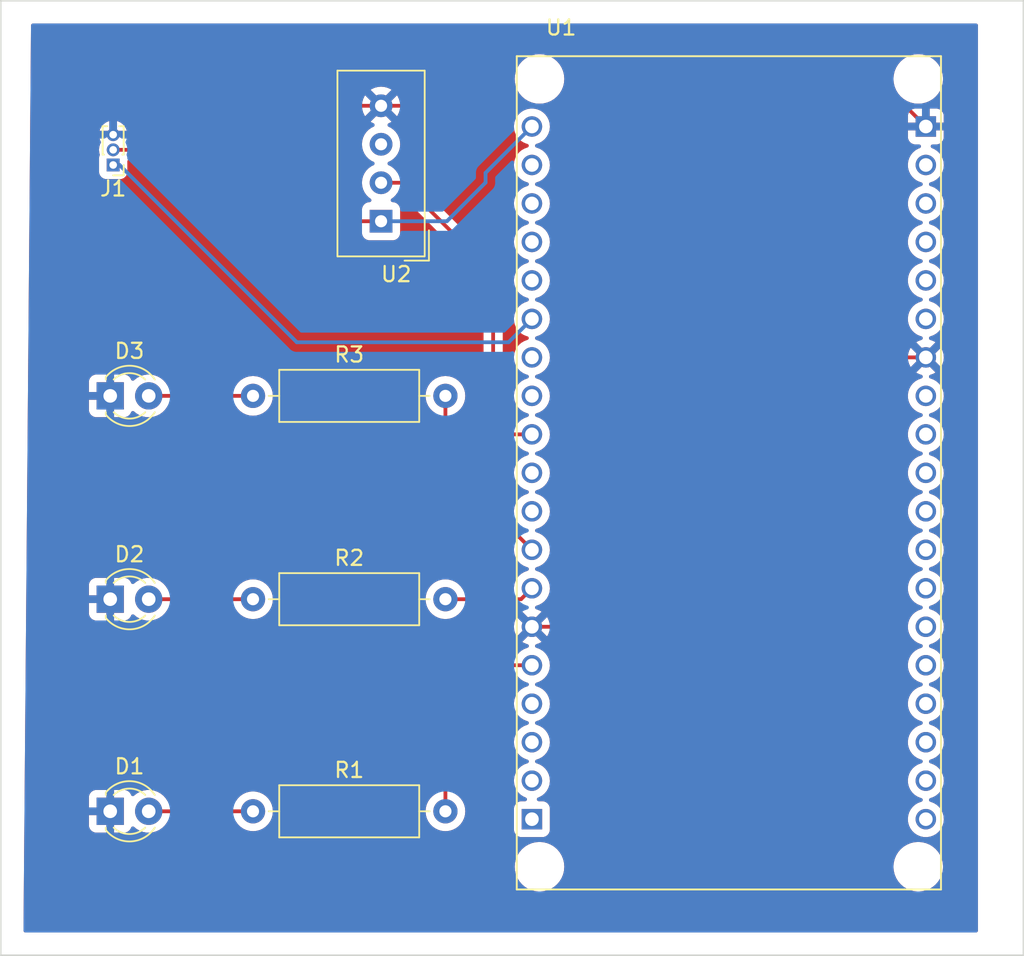
<source format=kicad_pcb>
(kicad_pcb (version 20211014) (generator pcbnew)
  (layers (0 "F.Cu" signal) (31 "B.Cu" signal) (34 "B.Paste" user) (35 "F.Paste" user) (36 "B.SilkS" user "B.Silkscreen") (37 "F.SilkS" user "F.Silkscreen") (38 "B.Mask" user) (39 "F.Mask" user) (44 "Edge.Cuts" user))
  (net 0 "")
  (net 2 "GND")
  (net 3 "Net-(D1-Pad2)")
  (net 4 "Net-(R1-Pad2)")
  (net 5 "Net-(D2-Pad2)")
  (net 6 "Net-(R2-Pad2)")
  (net 7 "Net-(D3-Pad2)")
  (net 8 "Net-(R3-Pad2)")
  (net 38 "Net-(U1-PadJ5_11)")
  (net 39 "Net-(J1-Pad2)")
  (net 40 "Net-(J1-Pad1)")
  (footprint "Resistor_THT:R_Axial_DIN0309_L9.0mm_D3.2mm_P12.70mm_Horizontal" (layer "F.Cu") (at 194.65 68.58)
    (fp_text reference "R3" (at 6.35 -2.72) (layer "F.SilkS"))
    (fp_text value "R")
    (fp_line (start 10.97 1.72) (end 10.97 -1.72) (layer "F.SilkS") (width 0.12))
    (fp_line (start 1.04 0) (end 1.73 0) (layer "F.SilkS") (width 0.12))
    (fp_line (start 1.73 -1.72) (end 1.73 1.72) (layer "F.SilkS") (width 0.12))
    (fp_line (start 1.73 1.72) (end 10.97 1.72) (layer "F.SilkS") (width 0.12))
    (fp_line (start 11.66 0) (end 10.97 0) (layer "F.SilkS") (width 0.12))
    (fp_line (start 10.97 -1.72) (end 1.73 -1.72) (layer "F.SilkS") (width 0.12))
    (pad "1" thru_hole circle (at 0 0) (size 1.6 1.6) (drill 0.8) (layers *.Cu *.Mask) (net 7 "Net-(D3-Pad2)"))
    (pad "2" thru_hole oval (at 12.7 0) (size 1.6 1.6) (drill 0.8) (layers *.Cu *.Mask) (net 8 "Net-(R3-Pad2)"))
  )
  (footprint "LED_THT:LED_D3.0mm" (layer "F.Cu") (at 185.225 82)
    (fp_text reference "D2" (at 1.27 -2.96) (layer "F.SilkS"))
    (fp_text value "LED_O")
    (fp_line (start -0.29 1.08) (end -0.29 1.236) (layer "F.SilkS") (width 0.12))
    (fp_line (start -0.29 -1.236) (end -0.29 -1.08) (layer "F.SilkS") (width 0.12))
    (fp_arc (start 2.942335 1.078608) (mid 1.366487 1.987659) (end -0.29 1.235516) (layer "F.SilkS") (width 0.12))
    (fp_arc (start 2.31113 1.079837) (mid 1.270117 1.5) (end 0.229039 1.08) (layer "F.SilkS") (width 0.12))
    (fp_arc (start -0.29 -1.235516) (mid 1.366487 -1.987659) (end 2.942335 -1.078608) (layer "F.SilkS") (width 0.12))
    (fp_arc (start 0.229039 -1.08) (mid 1.270117 -1.5) (end 2.31113 -1.079837) (layer "F.SilkS") (width 0.12))
    (pad "1" thru_hole rect (at 0 0) (size 1.8 1.8) (drill 0.9) (layers *.Cu *.Mask) (net 2 "GND"))
    (pad "2" thru_hole circle (at 2.54 0) (size 1.8 1.8) (drill 0.9) (layers *.Cu *.Mask) (net 5 "Net-(D2-Pad2)"))
  )
  (footprint "Resistor_THT:R_Axial_DIN0309_L9.0mm_D3.2mm_P12.70mm_Horizontal" (layer "F.Cu") (at 194.65 96)
    (fp_text reference "R1" (at 6.35 -2.72) (layer "F.SilkS"))
    (fp_text value "R")
    (fp_line (start 10.97 1.72) (end 10.97 -1.72) (layer "F.SilkS") (width 0.12))
    (fp_line (start 1.73 -1.72) (end 1.73 1.72) (layer "F.SilkS") (width 0.12))
    (fp_line (start 1.73 1.72) (end 10.97 1.72) (layer "F.SilkS") (width 0.12))
    (fp_line (start 1.04 0) (end 1.73 0) (layer "F.SilkS") (width 0.12))
    (fp_line (start 10.97 -1.72) (end 1.73 -1.72) (layer "F.SilkS") (width 0.12))
    (fp_line (start 11.66 0) (end 10.97 0) (layer "F.SilkS") (width 0.12))
    (pad "1" thru_hole circle (at 0 0) (size 1.6 1.6) (drill 0.8) (layers *.Cu *.Mask) (net 3 "Net-(D1-Pad2)"))
    (pad "2" thru_hole oval (at 12.7 0) (size 1.6 1.6) (drill 0.8) (layers *.Cu *.Mask) (net 4 "Net-(R1-Pad2)"))
  )
  (footprint "ESP32_NODEMCU:MODULE_ESP32_NODEMCU" (layer "F.Cu") (at 226.06 73.66)
    (fp_text reference "U1" (at -11.075 -29.385) (layer "F.SilkS"))
    (fp_text value "ESP32_NODEMCU")
    (fp_line (start -14 27.5) (end 14 27.5) (layer "F.SilkS") (width 0.127))
    (fp_line (start -14 -27.5) (end 14 -27.5) (layer "F.SilkS") (width 0.127))
    (fp_line (start 14 -27.5) (end 14 27.5) (layer "F.SilkS") (width 0.127))
    (fp_line (start -14 -27.5) (end -14 27.5) (layer "F.SilkS") (width 0.127))
    (pad "" np_thru_hole circle locked (at 12.5 26) (size 2.25 2.25) (drill 2.25) (layers *.Cu *.Mask))
    (pad "" np_thru_hole circle locked (at 12.5 -26) (size 2.25 2.25) (drill 2.25) (layers *.Cu *.Mask))
    (pad "" np_thru_hole circle locked (at -12.5 -26) (size 2.25 2.25) (drill 2.25) (layers *.Cu *.Mask))
    (pad "" np_thru_hole circle locked (at -12.5 26) (size 2.25 2.25) (drill 2.25) (layers *.Cu *.Mask))
    (pad "J4_1" thru_hole rect locked (at 13 -22.86) (size 1.35 1.35) (drill 0.9) (layers *.Cu *.Mask) (net 2 "GND"))
    (pad "J4_2" thru_hole circle locked (at 13 -20.32) (size 1.35 1.35) (drill 0.9) (layers *.Cu *.Mask))
    (pad "J4_3" thru_hole circle locked (at 13 -17.78) (size 1.35 1.35) (drill 0.9) (layers *.Cu *.Mask))
    (pad "J4_4" thru_hole circle locked (at 13 -15.24) (size 1.35 1.35) (drill 0.9) (layers *.Cu *.Mask))
    (pad "J4_5" thru_hole circle locked (at 13 -12.7) (size 1.35 1.35) (drill 0.9) (layers *.Cu *.Mask))
    (pad "J4_6" thru_hole circle locked (at 13 -10.16) (size 1.35 1.35) (drill 0.9) (layers *.Cu *.Mask))
    (pad "J4_7" thru_hole circle locked (at 13 -7.62) (size 1.35 1.35) (drill 0.9) (layers *.Cu *.Mask) (net 2 "GND"))
    (pad "J4_8" thru_hole circle locked (at 13 -5.08) (size 1.35 1.35) (drill 0.9) (layers *.Cu *.Mask))
    (pad "J4_9" thru_hole circle locked (at 13 -2.54) (size 1.35 1.35) (drill 0.9) (layers *.Cu *.Mask))
    (pad "J4_10" thru_hole circle locked (at 13 0) (size 1.35 1.35) (drill 0.9) (layers *.Cu *.Mask))
    (pad "J4_11" thru_hole circle locked (at 13 2.54) (size 1.35 1.35) (drill 0.9) (layers *.Cu *.Mask))
    (pad "J4_12" thru_hole circle locked (at 13 5.08) (size 1.35 1.35) (drill 0.9) (layers *.Cu *.Mask))
    (pad "J4_13" thru_hole circle locked (at 13 7.62) (size 1.35 1.35) (drill 0.9) (layers *.Cu *.Mask))
    (pad "J4_14" thru_hole circle locked (at 13 10.16) (size 1.35 1.35) (drill 0.9) (layers *.Cu *.Mask))
    (pad "J4_15" thru_hole circle locked (at 13 12.7) (size 1.35 1.35) (drill 0.9) (layers *.Cu *.Mask))
    (pad "J4_16" thru_hole circle locked (at 13 15.24) (size 1.35 1.35) (drill 0.9) (layers *.Cu *.Mask))
    (pad "J4_17" thru_hole circle locked (at 13 17.78) (size 1.35 1.35) (drill 0.9) (layers *.Cu *.Mask))
    (pad "J4_18" thru_hole circle locked (at 13 20.32) (size 1.35 1.35) (drill 0.9) (layers *.Cu *.Mask))
    (pad "J4_19" thru_hole circle locked (at 13 22.86) (size 1.35 1.35) (drill 0.9) (layers *.Cu *.Mask))
    (pad "J5_1" thru_hole rect locked (at -13 22.86) (size 1.35 1.35) (drill 0.9) (layers *.Cu *.Mask))
    (pad "J5_2" thru_hole circle locked (at -13 20.32) (size 1.35 1.35) (drill 0.9) (layers *.Cu *.Mask))
    (pad "J5_3" thru_hole circle locked (at -13 17.78) (size 1.35 1.35) (drill 0.9) (layers *.Cu *.Mask))
    (pad "J5_4" thru_hole circle locked (at -13 15.24) (size 1.35 1.35) (drill 0.9) (layers *.Cu *.Mask))
    (pad "J5_5" thru_hole circle locked (at -13 12.7) (size 1.35 1.35) (drill 0.9) (layers *.Cu *.Mask) (net 4 "Net-(R1-Pad2)"))
    (pad "J5_6" thru_hole circle locked (at -13 10.16) (size 1.35 1.35) (drill 0.9) (layers *.Cu *.Mask) (net 2 "GND"))
    (pad "J5_7" thru_hole circle locked (at -13 7.62) (size 1.35 1.35) (drill 0.9) (layers *.Cu *.Mask) (net 6 "Net-(R2-Pad2)"))
    (pad "J5_8" thru_hole circle locked (at -13 5.08) (size 1.35 1.35) (drill 0.9) (layers *.Cu *.Mask) (net 8 "Net-(R3-Pad2)"))
    (pad "J5_9" thru_hole circle locked (at -13 2.54) (size 1.35 1.35) (drill 0.9) (layers *.Cu *.Mask))
    (pad "J5_10" thru_hole circle locked (at -13 0) (size 1.35 1.35) (drill 0.9) (layers *.Cu *.Mask))
    (pad "J5_11" thru_hole circle locked (at -13 -2.54) (size 1.35 1.35) (drill 0.9) (layers *.Cu *.Mask) (net 38 "Net-(U1-PadJ5_11)"))
    (pad "J5_12" thru_hole circle locked (at -13 -5.08) (size 1.35 1.35) (drill 0.9) (layers *.Cu *.Mask))
    (pad "J5_13" thru_hole circle locked (at -13 -7.62) (size 1.35 1.35) (drill 0.9) (layers *.Cu *.Mask))
    (pad "J5_14" thru_hole circle locked (at -13 -10.16) (size 1.35 1.35) (drill 0.9) (layers *.Cu *.Mask) (net 40 "Net-(J1-Pad1)"))
    (pad "J5_15" thru_hole circle locked (at -13 -12.7) (size 1.35 1.35) (drill 0.9) (layers *.Cu *.Mask))
    (pad "J5_16" thru_hole circle locked (at -13 -15.24) (size 1.35 1.35) (drill 0.9) (layers *.Cu *.Mask))
    (pad "J5_17" thru_hole circle locked (at -13 -17.78) (size 1.35 1.35) (drill 0.9) (layers *.Cu *.Mask))
    (pad "J5_18" thru_hole circle locked (at -13 -20.32) (size 1.35 1.35) (drill 0.9) (layers *.Cu *.Mask))
    (pad "J5_19" thru_hole circle locked (at -13 -22.86) (size 1.35 1.35) (drill 0.9) (layers *.Cu *.Mask) (net 39 "Net-(J1-Pad2)"))
  )
  (footprint "Resistor_THT:R_Axial_DIN0309_L9.0mm_D3.2mm_P12.70mm_Horizontal" (layer "F.Cu") (at 194.65 82)
    (fp_text reference "R2" (at 6.35 -2.72) (layer "F.SilkS"))
    (fp_text value "R")
    (fp_line (start 10.97 1.72) (end 10.97 -1.72) (layer "F.SilkS") (width 0.12))
    (fp_line (start 1.73 1.72) (end 10.97 1.72) (layer "F.SilkS") (width 0.12))
    (fp_line (start 10.97 -1.72) (end 1.73 -1.72) (layer "F.SilkS") (width 0.12))
    (fp_line (start 1.04 0) (end 1.73 0) (layer "F.SilkS") (width 0.12))
    (fp_line (start 11.66 0) (end 10.97 0) (layer "F.SilkS") (width 0.12))
    (fp_line (start 1.73 -1.72) (end 1.73 1.72) (layer "F.SilkS") (width 0.12))
    (pad "1" thru_hole circle (at 0 0) (size 1.6 1.6) (drill 0.8) (layers *.Cu *.Mask) (net 5 "Net-(D2-Pad2)"))
    (pad "2" thru_hole oval (at 12.7 0) (size 1.6 1.6) (drill 0.8) (layers *.Cu *.Mask) (net 6 "Net-(R2-Pad2)"))
  )
  (footprint "Connector_PinHeader_1.00mm:PinHeader_1x03_P1.00mm_Vertical" (layer "F.Cu") (at 185.42 53.34 180)
    (fp_text reference "J1" (at 0 -1.56) (layer "F.SilkS"))
    (fp_text value "Pinheader")
    (fp_line (start -0.695 -0.685) (end 0 -0.685) (layer "F.SilkS") (width 0.12))
    (fp_line (start -0.695 0.685) (end -0.608276 0.685) (layer "F.SilkS") (width 0.12))
    (fp_line (start 0.695 0.685) (end 0.695 2.56) (layer "F.SilkS") (width 0.12))
    (fp_line (start 0.608276 0.685) (end 0.695 0.685) (layer "F.SilkS") (width 0.12))
    (fp_line (start -0.695 0.685) (end -0.695 2.56) (layer "F.SilkS") (width 0.12))
    (fp_line (start -0.695 0) (end -0.695 -0.685) (layer "F.SilkS") (width 0.12))
    (fp_line (start 0.394493 2.56) (end 0.695 2.56) (layer "F.SilkS") (width 0.12))
    (fp_line (start -0.695 2.56) (end -0.394493 2.56) (layer "F.SilkS") (width 0.12))
    (pad "1" thru_hole rect (at 0 0 180) (size 0.85 0.85) (drill 0.5) (layers *.Cu *.Mask) (net 40 "Net-(J1-Pad1)"))
    (pad "2" thru_hole oval (at 0 1 180) (size 0.85 0.85) (drill 0.5) (layers *.Cu *.Mask) (net 39 "Net-(J1-Pad2)"))
    (pad "3" thru_hole oval (at 0 2 180) (size 0.85 0.85) (drill 0.5) (layers *.Cu *.Mask) (net 2 "GND"))
  )
  (footprint "LED_THT:LED_D3.0mm" (layer "F.Cu") (at 185.225 96)
    (fp_text reference "D1" (at 1.27 -2.96) (layer "F.SilkS"))
    (fp_text value "LED_R")
    (fp_line (start -0.29 1.08) (end -0.29 1.236) (layer "F.SilkS") (width 0.12))
    (fp_line (start -0.29 -1.236) (end -0.29 -1.08) (layer "F.SilkS") (width 0.12))
    (fp_arc (start -0.29 -1.235516) (mid 1.366487 -1.987659) (end 2.942335 -1.078608) (layer "F.SilkS") (width 0.12))
    (fp_arc (start 0.229039 -1.08) (mid 1.270117 -1.5) (end 2.31113 -1.079837) (layer "F.SilkS") (width 0.12))
    (fp_arc (start 2.942335 1.078608) (mid 1.366487 1.987659) (end -0.29 1.235516) (layer "F.SilkS") (width 0.12))
    (fp_arc (start 2.31113 1.079837) (mid 1.270117 1.5) (end 0.229039 1.08) (layer "F.SilkS") (width 0.12))
    (pad "1" thru_hole rect (at 0 0) (size 1.8 1.8) (drill 0.9) (layers *.Cu *.Mask) (net 2 "GND"))
    (pad "2" thru_hole circle (at 2.54 0) (size 1.8 1.8) (drill 0.9) (layers *.Cu *.Mask) (net 3 "Net-(D1-Pad2)"))
  )
  (footprint "LED_THT:LED_D3.0mm" (layer "F.Cu") (at 185.225 68.58)
    (fp_text reference "D3" (at 1.27 -2.96) (layer "F.SilkS"))
    (fp_text value "LED_V")
    (fp_line (start -0.29 1.08) (end -0.29 1.236) (layer "F.SilkS") (width 0.12))
    (fp_line (start -0.29 -1.236) (end -0.29 -1.08) (layer "F.SilkS") (width 0.12))
    (fp_arc (start 2.942335 1.078608) (mid 1.366487 1.987659) (end -0.29 1.235516) (layer "F.SilkS") (width 0.12))
    (fp_arc (start 2.31113 1.079837) (mid 1.270117 1.5) (end 0.229039 1.08) (layer "F.SilkS") (width 0.12))
    (fp_arc (start -0.29 -1.235516) (mid 1.366487 -1.987659) (end 2.942335 -1.078608) (layer "F.SilkS") (width 0.12))
    (fp_arc (start 0.229039 -1.08) (mid 1.270117 -1.5) (end 2.31113 -1.079837) (layer "F.SilkS") (width 0.12))
    (pad "1" thru_hole rect (at 0 0) (size 1.8 1.8) (drill 0.9) (layers *.Cu *.Mask) (net 2 "GND"))
    (pad "2" thru_hole circle (at 2.54 0) (size 1.8 1.8) (drill 0.9) (layers *.Cu *.Mask) (net 7 "Net-(D3-Pad2)"))
  )
  (footprint "Sensor:Aosong_DHT11_5.5x12.0_P2.54mm" (layer "F.Cu") (at 203.1025 57.0525 180)
    (fp_text reference "U2" (at -1 -3.5) (layer "F.SilkS"))
    (fp_text value "DHT11")
    (fp_line (start -3.16 -2.6) (end -3.16 -0.6) (layer "F.SilkS") (width 0.12))
    (fp_line (start 2.88 9.94) (end -2.88 9.94) (layer "F.SilkS") (width 0.12))
    (fp_line (start -2.87 -2.32) (end 2.87 -2.32) (layer "F.SilkS") (width 0.12))
    (fp_line (start -3.16 -2.6) (end -1.55 -2.6) (layer "F.SilkS") (width 0.12))
    (fp_line (start -2.88 9.94) (end -2.88 -2.31) (layer "F.SilkS") (width 0.12))
    (fp_line (start 2.88 -2.32) (end 2.88 9.94) (layer "F.SilkS") (width 0.12))
    (pad "1" thru_hole rect (at 0 0 180) (size 1.5 1.5) (drill 0.8) (layers *.Cu *.Mask) (net 39 "Net-(J1-Pad2)"))
    (pad "2" thru_hole circle (at 0 2.54 180) (size 1.5 1.5) (drill 0.8) (layers *.Cu *.Mask) (net 38 "Net-(U1-PadJ5_11)"))
    (pad "3" thru_hole circle (at 0 5.08 180) (size 1.5 1.5) (drill 0.8) (layers *.Cu *.Mask))
    (pad "4" thru_hole circle (at 0 7.62 180) (size 1.5 1.5) (drill 0.8) (layers *.Cu *.Mask) (net 2 "GND"))
  )
  (gr_rect (start 178 42.5) (end 245.5 105.5) (layer "Edge.Cuts") (width 0.1) (fill none))
  (segment (start 181.66 51.34) (end 185.42 51.34) (width 0.25) (layer "F.Cu") (net 2))
  (segment (start 181.5 51.5) (end 181.66 51.34) (width 0.25) (layer "F.Cu") (net 2))
  (segment (start 203.1025 49.4325) (end 237.6925 49.4325) (width 0.25) (layer "F.Cu") (net 2))
  (segment (start 185.225 96) (end 185.225 82) (width 0.25) (layer "F.Cu") (net 2))
  (segment (start 185.225 60.725) (end 181.5 57) (width 0.25) (layer "F.Cu") (net 2))
  (segment (start 227 69) (end 229.96 66.04) (width 0.25) (layer "F.Cu") (net 2))
  (segment (start 237.6925 49.4325) (end 239.06 50.8) (width 0.25) (layer "F.Cu") (net 2))
  (segment (start 193.0675 49.4325) (end 203.1025 49.4325) (width 0.25) (layer "F.Cu") (net 2))
  (segment (start 181.5 57) (end 181.5 51.5) (width 0.25) (layer "F.Cu") (net 2))
  (segment (start 229.96 66.04) (end 239.06 66.04) (width 0.25) (layer "F.Cu") (net 2))
  (segment (start 213.06 83.82) (end 224.18 83.82) (width 0.25) (layer "F.Cu") (net 2))
  (segment (start 185.225 68.58) (end 185.225 60.725) (width 0.25) (layer "F.Cu") (net 2))
  (segment (start 185.225 68.58) (end 185.225 82) (width 0.25) (layer "F.Cu") (net 2))
  (segment (start 191.16 51.34) (end 193.0675 49.4325) (width 0.25) (layer "F.Cu") (net 2))
  (segment (start 224.18 83.82) (end 227 81) (width 0.25) (layer "F.Cu") (net 2))
  (segment (start 185.42 51.34) (end 191.16 51.34) (width 0.25) (layer "F.Cu") (net 2))
  (segment (start 227 81) (end 227 69) (width 0.25) (layer "F.Cu") (net 2))
  (segment (start 194.65 96) (end 187.765 96) (width 0.25) (layer "F.Cu") (net 3))
  (segment (start 207.35 93.195786) (end 208 92.545786) (width 0.25) (layer "F.Cu") (net 4))
  (segment (start 208 89) (end 210.64 86.36) (width 0.25) (layer "F.Cu") (net 4))
  (segment (start 208 92.545786) (end 208 89) (width 0.25) (layer "F.Cu") (net 4))
  (segment (start 207.35 96) (end 207.35 93.195786) (width 0.25) (layer "F.Cu") (net 4))
  (segment (start 210.64 86.36) (end 213.06 86.36) (width 0.25) (layer "F.Cu") (net 4))
  (segment (start 194.65 82) (end 187.765 82) (width 0.25) (layer "F.Cu") (net 5))
  (segment (start 212.34 82) (end 213.06 81.28) (width 0.25) (layer "F.Cu") (net 6))
  (segment (start 207.35 82) (end 212.34 82) (width 0.25) (layer "F.Cu") (net 6))
  (segment (start 194.65 68.58) (end 187.765 68.58) (width 0.25) (layer "F.Cu") (net 7))
  (segment (start 207.35 68.58) (end 207.35 73.03) (width 0.25) (layer "F.Cu") (net 8))
  (segment (start 207.35 73.03) (end 213.06 78.74) (width 0.25) (layer "F.Cu") (net 8))
  (segment (start 210.5 69) (end 210 69.5) (width 0.25) (layer "F.Cu") (net 38))
  (segment (start 210 69.5) (end 211.62 71.12) (width 0.25) (layer "F.Cu") (net 38))
  (segment (start 211.62 71.12) (end 213.06 71.12) (width 0.25) (layer "F.Cu") (net 38))
  (segment (start 210.5 60.5) (end 210.5 69) (width 0.25) (layer "F.Cu") (net 38))
  (segment (start 203.1025 54.5125) (end 204.5125 54.5125) (width 0.25) (layer "F.Cu") (net 38))
  (segment (start 204.5125 54.5125) (end 210.5 60.5) (width 0.25) (layer "F.Cu") (net 38))
  (segment (start 196.5525 57.0525) (end 203.1025 57.0525) (width 0.25) (layer "F.Cu") (net 39))
  (segment (start 185.42 52.34) (end 191.84 52.34) (width 0.25) (layer "F.Cu") (net 39))
  (segment (start 191.84 52.34) (end 196.5525 57.0525) (width 0.25) (layer "F.Cu") (net 39))
  (segment (start 210 54.5) (end 210 53.86) (width 0.25) (layer "B.Cu") (net 39))
  (segment (start 207.4475 57.0525) (end 210 54.5) (width 0.25) (layer "B.Cu") (net 39))
  (segment (start 203.1025 57.0525) (end 207.4475 57.0525) (width 0.25) (layer "B.Cu") (net 39))
  (segment (start 210 53.86) (end 213.06 50.8) (width 0.25) (layer "B.Cu") (net 39))
  (segment (start 185.42 53.34) (end 185.84 53.34) (width 0.25) (layer "B.Cu") (net 40))
  (segment (start 185.84 53.34) (end 197.54 65.04) (width 0.25) (layer "B.Cu") (net 40))
  (segment (start 211.52 65.04) (end 213.06 63.5) (width 0.25) (layer "B.Cu") (net 40))
  (segment (start 197.54 65.04) (end 211.52 65.04) (width 0.25) (layer "B.Cu") (net 40))
  (zone (net 2) (net_name "GND") (layers F&B.Cu) (connect_pads (clearance 0.508)) (min_thickness 0.254) (fill yes (thermal_gap 0.508) (thermal_bridge_width 0.508))
    (polygon (pts (xy 242.5 104) (xy 179.5 104) (xy 180 44) (xy 242.5 44)))
  )
)
</source>
